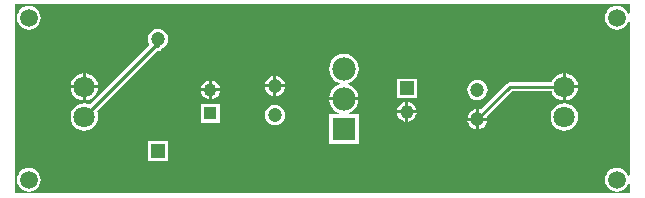
<source format=gtl>
G04 Layer_Physical_Order=1*
G04 Layer_Color=255*
%FSLAX44Y44*%
%MOMM*%
G71*
G01*
G75*
%ADD10C,0.2540*%
%ADD11C,1.2000*%
%ADD12C,1.1000*%
%ADD13R,1.1000X1.1000*%
%ADD14C,1.1500*%
%ADD15R,1.1500X1.1500*%
%ADD16C,1.8000*%
%ADD17R,1.2000X1.2000*%
%ADD18C,1.9800*%
%ADD19R,1.9800X1.9800*%
%ADD20C,1.5000*%
G36*
X520000Y-7780D02*
X518730Y-8033D01*
X518040Y-6367D01*
X516431Y-4269D01*
X514333Y-2660D01*
X511891Y-1648D01*
X509270Y-1303D01*
X506649Y-1648D01*
X504207Y-2660D01*
X502109Y-4269D01*
X500500Y-6367D01*
X499488Y-8809D01*
X499143Y-11430D01*
X499488Y-14051D01*
X500500Y-16493D01*
X502109Y-18591D01*
X504207Y-20200D01*
X506649Y-21212D01*
X509270Y-21557D01*
X511891Y-21212D01*
X514333Y-20200D01*
X516431Y-18591D01*
X518040Y-16493D01*
X518730Y-14827D01*
X520000Y-15080D01*
Y-144940D01*
X518730Y-145193D01*
X518040Y-143527D01*
X516431Y-141429D01*
X514333Y-139820D01*
X511891Y-138808D01*
X509270Y-138463D01*
X506649Y-138808D01*
X504207Y-139820D01*
X502109Y-141429D01*
X500500Y-143527D01*
X499488Y-145969D01*
X499143Y-148590D01*
X499488Y-151211D01*
X500500Y-153653D01*
X502109Y-155751D01*
X504207Y-157360D01*
X506649Y-158372D01*
X509270Y-158717D01*
X511891Y-158372D01*
X514333Y-157360D01*
X516431Y-155751D01*
X518040Y-153653D01*
X518730Y-151987D01*
X520000Y-152240D01*
Y-160000D01*
X0D01*
Y0D01*
X520000D01*
Y-7780D01*
D02*
G37*
%LPC*%
G36*
X389890Y-88944D02*
X388931Y-89070D01*
X386853Y-89931D01*
X385069Y-91299D01*
X383700Y-93083D01*
X382840Y-95161D01*
X382714Y-96120D01*
X389890D01*
Y-88944D01*
D02*
G37*
G36*
X330200Y-82926D02*
X329306Y-83043D01*
X327289Y-83879D01*
X325558Y-85208D01*
X324229Y-86939D01*
X323393Y-88956D01*
X323276Y-89850D01*
X330200D01*
Y-82926D01*
D02*
G37*
G36*
Y-92390D02*
X323276D01*
X323393Y-93284D01*
X324229Y-95301D01*
X325558Y-97032D01*
X327289Y-98361D01*
X329306Y-99197D01*
X330200Y-99314D01*
Y-92390D01*
D02*
G37*
G36*
X339664D02*
X332740D01*
Y-99314D01*
X333634Y-99197D01*
X335651Y-98361D01*
X337383Y-97032D01*
X338711Y-95301D01*
X339547Y-93284D01*
X339664Y-92390D01*
D02*
G37*
G36*
X463550Y-58378D02*
X461808Y-58607D01*
X459000Y-59770D01*
X456590Y-61620D01*
X454740Y-64030D01*
X453938Y-65965D01*
X418700D01*
X417214Y-66261D01*
X415953Y-67103D01*
X393812Y-89245D01*
X393389Y-89070D01*
X392430Y-88944D01*
Y-96120D01*
X399607D01*
X399480Y-95161D01*
X399305Y-94739D01*
X420309Y-73735D01*
X453938D01*
X454740Y-75670D01*
X456590Y-78080D01*
X459000Y-79930D01*
X461808Y-81093D01*
X463550Y-81322D01*
Y-69850D01*
Y-58378D01*
D02*
G37*
G36*
X57150Y-71120D02*
X46948D01*
X47177Y-72863D01*
X48340Y-75670D01*
X50190Y-78080D01*
X52600Y-79930D01*
X55408Y-81093D01*
X57150Y-81322D01*
Y-71120D01*
D02*
G37*
G36*
X332740Y-82926D02*
Y-89850D01*
X339664D01*
X339547Y-88956D01*
X338711Y-86939D01*
X337383Y-85208D01*
X335651Y-83879D01*
X333634Y-83043D01*
X332740Y-82926D01*
D02*
G37*
G36*
X120650Y-20846D02*
X118421Y-21140D01*
X116343Y-22000D01*
X114559Y-23369D01*
X113190Y-25153D01*
X112330Y-27231D01*
X112036Y-29460D01*
X112330Y-31689D01*
X113190Y-33767D01*
X113720Y-34457D01*
X63368Y-84809D01*
X61432Y-84007D01*
X58420Y-83610D01*
X55408Y-84007D01*
X52600Y-85170D01*
X50190Y-87020D01*
X48340Y-89430D01*
X47177Y-92238D01*
X46781Y-95250D01*
X47177Y-98263D01*
X48340Y-101070D01*
X50190Y-103480D01*
X52600Y-105330D01*
X55408Y-106493D01*
X58420Y-106889D01*
X61432Y-106493D01*
X64240Y-105330D01*
X66650Y-103480D01*
X68500Y-101070D01*
X69663Y-98263D01*
X70060Y-95250D01*
X69663Y-92238D01*
X68861Y-90302D01*
X119719Y-39445D01*
X120650D01*
X122137Y-39149D01*
X123397Y-38307D01*
X124081Y-37282D01*
X124957Y-36920D01*
X126741Y-35551D01*
X128110Y-33767D01*
X128970Y-31689D01*
X129264Y-29460D01*
X128970Y-27231D01*
X128110Y-25153D01*
X126741Y-23369D01*
X124957Y-22000D01*
X122879Y-21140D01*
X120650Y-20846D01*
D02*
G37*
G36*
X290510Y-81280D02*
X278130D01*
X265750D01*
X266010Y-83258D01*
X267264Y-86284D01*
X269258Y-88882D01*
X271856Y-90876D01*
X274086Y-91800D01*
X273834Y-93070D01*
X265690D01*
Y-117950D01*
X290570D01*
Y-93070D01*
X282426D01*
X282174Y-91800D01*
X284404Y-90876D01*
X287002Y-88882D01*
X288996Y-86284D01*
X290250Y-83258D01*
X290510Y-81280D01*
D02*
G37*
G36*
X464820Y-83610D02*
X461808Y-84007D01*
X459000Y-85170D01*
X456590Y-87020D01*
X454740Y-89430D01*
X453577Y-92238D01*
X453180Y-95250D01*
X453577Y-98263D01*
X454740Y-101070D01*
X456590Y-103480D01*
X459000Y-105330D01*
X461808Y-106493D01*
X464820Y-106889D01*
X467832Y-106493D01*
X470640Y-105330D01*
X473050Y-103480D01*
X474900Y-101070D01*
X476063Y-98263D01*
X476460Y-95250D01*
X476063Y-92238D01*
X474900Y-89430D01*
X473050Y-87020D01*
X470640Y-85170D01*
X467832Y-84007D01*
X464820Y-83610D01*
D02*
G37*
G36*
X11430Y-138463D02*
X8809Y-138808D01*
X6367Y-139820D01*
X4269Y-141429D01*
X2660Y-143527D01*
X1648Y-145969D01*
X1303Y-148590D01*
X1648Y-151211D01*
X2660Y-153653D01*
X4269Y-155751D01*
X6367Y-157360D01*
X8809Y-158372D01*
X11430Y-158717D01*
X14051Y-158372D01*
X16493Y-157360D01*
X18591Y-155751D01*
X20200Y-153653D01*
X21212Y-151211D01*
X21557Y-148590D01*
X21212Y-145969D01*
X20200Y-143527D01*
X18591Y-141429D01*
X16493Y-139820D01*
X14051Y-138808D01*
X11430Y-138463D01*
D02*
G37*
G36*
X129190Y-115920D02*
X112110D01*
Y-133000D01*
X129190D01*
Y-115920D01*
D02*
G37*
G36*
X219710Y-85366D02*
X217481Y-85660D01*
X215403Y-86520D01*
X213619Y-87889D01*
X212250Y-89673D01*
X211390Y-91751D01*
X211096Y-93980D01*
X211390Y-96209D01*
X212250Y-98287D01*
X213619Y-100071D01*
X215403Y-101440D01*
X217481Y-102300D01*
X219710Y-102594D01*
X221939Y-102300D01*
X224017Y-101440D01*
X225801Y-100071D01*
X227170Y-98287D01*
X228030Y-96209D01*
X228324Y-93980D01*
X228030Y-91751D01*
X227170Y-89673D01*
X225801Y-87889D01*
X224017Y-86520D01*
X221939Y-85660D01*
X219710Y-85366D01*
D02*
G37*
G36*
X173140Y-84350D02*
X157060D01*
Y-100430D01*
X173140D01*
Y-84350D01*
D02*
G37*
G36*
X389890Y-98660D02*
X382714D01*
X382840Y-99620D01*
X383700Y-101697D01*
X385069Y-103481D01*
X386853Y-104850D01*
X388931Y-105710D01*
X389890Y-105837D01*
Y-98660D01*
D02*
G37*
G36*
X399607D02*
X392430D01*
Y-105837D01*
X393389Y-105710D01*
X395467Y-104850D01*
X397251Y-103481D01*
X398620Y-101697D01*
X399480Y-99620D01*
X399607Y-98660D01*
D02*
G37*
G36*
X69892Y-71120D02*
X59690D01*
Y-81322D01*
X61432Y-81093D01*
X64240Y-79930D01*
X66650Y-78080D01*
X68500Y-75670D01*
X69663Y-72863D01*
X69892Y-71120D01*
D02*
G37*
G36*
X57150Y-58378D02*
X55408Y-58607D01*
X52600Y-59770D01*
X50190Y-61620D01*
X48340Y-64030D01*
X47177Y-66838D01*
X46948Y-68580D01*
X57150D01*
Y-58378D01*
D02*
G37*
G36*
X59690D02*
Y-68580D01*
X69892D01*
X69663Y-66838D01*
X68500Y-64030D01*
X66650Y-61620D01*
X64240Y-59770D01*
X61432Y-58607D01*
X59690Y-58378D01*
D02*
G37*
G36*
X163830Y-64448D02*
X163001Y-64557D01*
X161045Y-65367D01*
X159366Y-66656D01*
X158077Y-68335D01*
X157267Y-70291D01*
X157158Y-71120D01*
X163830D01*
Y-64448D01*
D02*
G37*
G36*
X166370D02*
Y-71120D01*
X173042D01*
X172933Y-70291D01*
X172123Y-68335D01*
X170834Y-66656D01*
X169155Y-65367D01*
X167199Y-64557D01*
X166370Y-64448D01*
D02*
G37*
G36*
X220980Y-60533D02*
Y-67710D01*
X228157D01*
X228030Y-66750D01*
X227170Y-64673D01*
X225801Y-62889D01*
X224017Y-61520D01*
X221939Y-60660D01*
X220980Y-60533D01*
D02*
G37*
G36*
X11430Y-1303D02*
X8809Y-1648D01*
X6367Y-2660D01*
X4269Y-4269D01*
X2660Y-6367D01*
X1648Y-8809D01*
X1303Y-11430D01*
X1648Y-14051D01*
X2660Y-16493D01*
X4269Y-18591D01*
X6367Y-20200D01*
X8809Y-21212D01*
X11430Y-21557D01*
X14051Y-21212D01*
X16493Y-20200D01*
X18591Y-18591D01*
X20200Y-16493D01*
X21212Y-14051D01*
X21557Y-11430D01*
X21212Y-8809D01*
X20200Y-6367D01*
X18591Y-4269D01*
X16493Y-2660D01*
X14051Y-1648D01*
X11430Y-1303D01*
D02*
G37*
G36*
X466090Y-58378D02*
Y-68580D01*
X476292D01*
X476063Y-66838D01*
X474900Y-64030D01*
X473050Y-61620D01*
X470640Y-59770D01*
X467832Y-58607D01*
X466090Y-58378D01*
D02*
G37*
G36*
X218440Y-60533D02*
X217481Y-60660D01*
X215403Y-61520D01*
X213619Y-62889D01*
X212250Y-64673D01*
X211390Y-66750D01*
X211264Y-67710D01*
X218440D01*
Y-60533D01*
D02*
G37*
G36*
X163830Y-73660D02*
X157158D01*
X157267Y-74489D01*
X158077Y-76445D01*
X159366Y-78124D01*
X161045Y-79413D01*
X163001Y-80223D01*
X163830Y-80332D01*
Y-73660D01*
D02*
G37*
G36*
X173042D02*
X166370D01*
Y-80332D01*
X167199Y-80223D01*
X169155Y-79413D01*
X170834Y-78124D01*
X172123Y-76445D01*
X172933Y-74489D01*
X173042Y-73660D01*
D02*
G37*
G36*
X476292Y-71120D02*
X466090D01*
Y-81322D01*
X467832Y-81093D01*
X470640Y-79930D01*
X473050Y-78080D01*
X474900Y-75670D01*
X476063Y-72863D01*
X476292Y-71120D01*
D02*
G37*
G36*
X391160Y-63776D02*
X388931Y-64070D01*
X386853Y-64930D01*
X385069Y-66299D01*
X383700Y-68083D01*
X382840Y-70161D01*
X382546Y-72390D01*
X382840Y-74619D01*
X383700Y-76697D01*
X385069Y-78481D01*
X386853Y-79850D01*
X388931Y-80710D01*
X391160Y-81004D01*
X393389Y-80710D01*
X395467Y-79850D01*
X397251Y-78481D01*
X398620Y-76697D01*
X399480Y-74619D01*
X399774Y-72390D01*
X399480Y-70161D01*
X398620Y-68083D01*
X397251Y-66299D01*
X395467Y-64930D01*
X393389Y-64070D01*
X391160Y-63776D01*
D02*
G37*
G36*
X218440Y-70250D02*
X211264D01*
X211390Y-71209D01*
X212250Y-73287D01*
X213619Y-75071D01*
X215403Y-76439D01*
X217481Y-77300D01*
X218440Y-77426D01*
Y-70250D01*
D02*
G37*
G36*
X228157D02*
X220980D01*
Y-77426D01*
X221939Y-77300D01*
X224017Y-76439D01*
X225801Y-75071D01*
X227170Y-73287D01*
X228030Y-71209D01*
X228157Y-70250D01*
D02*
G37*
G36*
X339760Y-62830D02*
X323180D01*
Y-79410D01*
X339760D01*
Y-62830D01*
D02*
G37*
G36*
X278130Y-41963D02*
X274883Y-42390D01*
X271856Y-43644D01*
X269258Y-45638D01*
X267264Y-48236D01*
X266010Y-51262D01*
X265583Y-54510D01*
X266010Y-57757D01*
X267264Y-60784D01*
X269258Y-63382D01*
X271856Y-65376D01*
X274883Y-66630D01*
Y-67890D01*
X271856Y-69144D01*
X269258Y-71138D01*
X267264Y-73736D01*
X266010Y-76762D01*
X265750Y-78740D01*
X278130D01*
X290510D01*
X290250Y-76762D01*
X288996Y-73736D01*
X287002Y-71138D01*
X284404Y-69144D01*
X281378Y-67890D01*
Y-66630D01*
X284404Y-65376D01*
X287002Y-63382D01*
X288996Y-60784D01*
X290250Y-57757D01*
X290677Y-54510D01*
X290250Y-51262D01*
X288996Y-48236D01*
X287002Y-45638D01*
X284404Y-43644D01*
X281378Y-42390D01*
X278130Y-41963D01*
D02*
G37*
%LPD*%
D10*
X391160Y-97390D02*
X418700Y-69850D01*
X464820D01*
X120650Y-35560D02*
Y-29460D01*
X58420Y-95250D02*
X118110Y-35560D01*
X120650D01*
D11*
X219710Y-68980D02*
D03*
Y-93980D02*
D03*
X391160Y-97390D02*
D03*
Y-72390D02*
D03*
X120650Y-29460D02*
D03*
D12*
X165100Y-72390D02*
D03*
D13*
Y-92390D02*
D03*
D14*
X331470Y-91120D02*
D03*
D15*
Y-71120D02*
D03*
D16*
X58420Y-95250D02*
D03*
Y-69850D02*
D03*
X464820D02*
D03*
Y-95250D02*
D03*
D17*
X120650Y-124460D02*
D03*
D18*
X278130Y-54510D02*
D03*
Y-80010D02*
D03*
D19*
Y-105510D02*
D03*
D20*
X11430Y-11430D02*
D03*
Y-148590D02*
D03*
X509270D02*
D03*
Y-11430D02*
D03*
M02*

</source>
